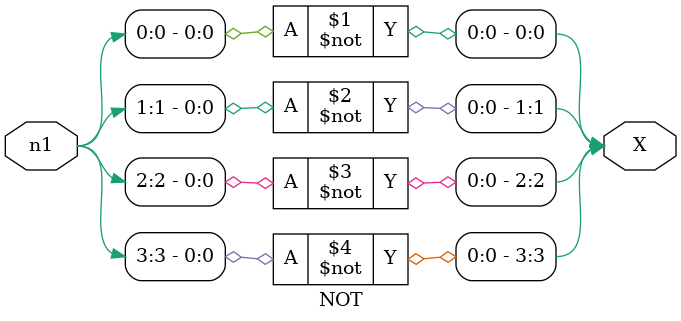
<source format=v>
module NOT(n1,X);

//---Define Inputs---//
input [3:0] n1;

//---Define Outputs---//
output [3:0] X;

//---Input&Output datatype---//
wire [3:0] n1;
wire [3:0] X;

not(X[0],n1[0]);
not(X[1],n1[1]);
not(X[2],n1[2]);
not(X[3],n1[3]);

endmodule
</source>
